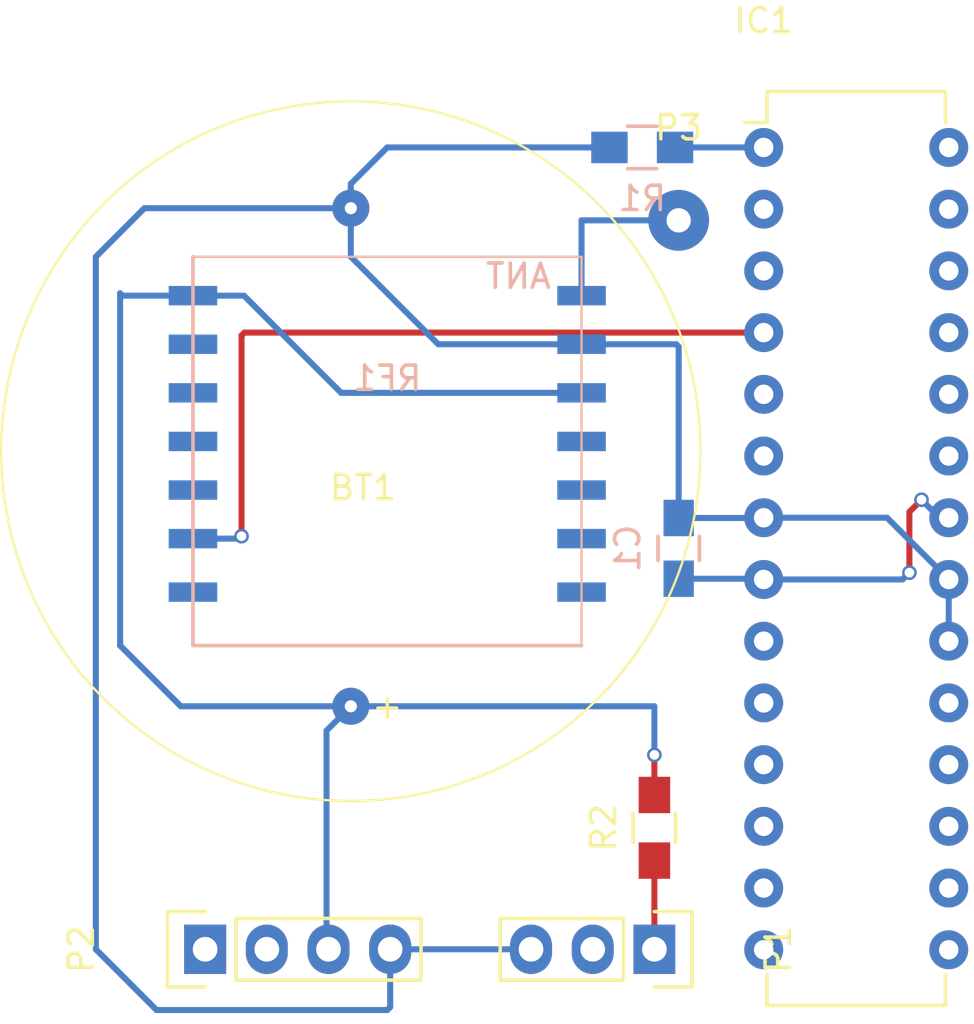
<source format=kicad_pcb>
(kicad_pcb (version 4) (host pcbnew 4.0.5+dfsg1-4~bpo8+1)

  (general
    (links 26)
    (no_connects 8)
    (area 0 0 0 0)
    (thickness 1.6)
    (drawings 0)
    (tracks 57)
    (zones 0)
    (modules 9)
    (nets 33)
  )

  (page A4)
  (layers
    (0 F.Cu signal)
    (31 B.Cu signal)
    (32 B.Adhes user)
    (33 F.Adhes user)
    (34 B.Paste user)
    (35 F.Paste user)
    (36 B.SilkS user)
    (37 F.SilkS user)
    (38 B.Mask user)
    (39 F.Mask user)
    (40 Dwgs.User user)
    (41 Cmts.User user)
    (42 Eco1.User user)
    (43 Eco2.User user)
    (44 Edge.Cuts user)
    (45 Margin user)
    (46 B.CrtYd user)
    (47 F.CrtYd user)
    (48 B.Fab user)
    (49 F.Fab user)
  )

  (setup
    (last_trace_width 0.25)
    (trace_clearance 0.2)
    (zone_clearance 0.508)
    (zone_45_only no)
    (trace_min 0.2)
    (segment_width 0.2)
    (edge_width 0.15)
    (via_size 0.6)
    (via_drill 0.4)
    (via_min_size 0.4)
    (via_min_drill 0.3)
    (uvia_size 0.3)
    (uvia_drill 0.1)
    (uvias_allowed no)
    (uvia_min_size 0.2)
    (uvia_min_drill 0.1)
    (pcb_text_width 0.3)
    (pcb_text_size 1.5 1.5)
    (mod_edge_width 0.15)
    (mod_text_size 1 1)
    (mod_text_width 0.15)
    (pad_size 1.524 1.524)
    (pad_drill 0.762)
    (pad_to_mask_clearance 0.2)
    (aux_axis_origin 0 0)
    (visible_elements FFFFFF7F)
    (pcbplotparams
      (layerselection 0x00030_80000001)
      (usegerberextensions false)
      (excludeedgelayer true)
      (linewidth 0.100000)
      (plotframeref false)
      (viasonmask false)
      (mode 1)
      (useauxorigin false)
      (hpglpennumber 1)
      (hpglpenspeed 20)
      (hpglpendiameter 15)
      (hpglpenoverlay 2)
      (psnegative false)
      (psa4output false)
      (plotreference true)
      (plotvalue true)
      (plotinvisibletext false)
      (padsonsilk false)
      (subtractmaskfromsilk false)
      (outputformat 1)
      (mirror false)
      (drillshape 1)
      (scaleselection 1)
      (outputdirectory ""))
  )

  (net 0 "")
  (net 1 GND)
  (net 2 VCC)
  (net 3 "Net-(IC1-Pad1)")
  (net 4 "Net-(IC1-Pad2)")
  (net 5 "Net-(IC1-Pad3)")
  (net 6 "Net-(IC1-Pad4)")
  (net 7 "Net-(IC1-Pad5)")
  (net 8 "Net-(IC1-Pad6)")
  (net 9 "Net-(IC1-Pad9)")
  (net 10 "Net-(IC1-Pad10)")
  (net 11 "Net-(IC1-Pad11)")
  (net 12 "Net-(IC1-Pad12)")
  (net 13 "Net-(IC1-Pad13)")
  (net 14 "Net-(IC1-Pad14)")
  (net 15 "Net-(IC1-Pad15)")
  (net 16 "Net-(IC1-Pad16)")
  (net 17 "Net-(IC1-Pad17)")
  (net 18 "Net-(IC1-Pad18)")
  (net 19 "Net-(IC1-Pad19)")
  (net 20 "Net-(IC1-Pad23)")
  (net 21 "Net-(IC1-Pad24)")
  (net 22 "Net-(IC1-Pad25)")
  (net 23 "Net-(IC1-Pad26)")
  (net 24 "Net-(IC1-Pad27)")
  (net 25 "Net-(IC1-Pad28)")
  (net 26 "Net-(P1-Pad2)")
  (net 27 "Net-(P3-Pad1)")
  (net 28 "Net-(RF1-Pad13)")
  (net 29 "Net-(RF1-Pad12)")
  (net 30 "Net-(RF1-Pad11)")
  (net 31 "Net-(RF1-Pad10)")
  (net 32 "Net-(RF1-Pad4)")

  (net_class Default "This is the default net class."
    (clearance 0.2)
    (trace_width 0.25)
    (via_dia 0.6)
    (via_drill 0.4)
    (uvia_dia 0.3)
    (uvia_drill 0.1)
    (add_net GND)
    (add_net "Net-(IC1-Pad1)")
    (add_net "Net-(IC1-Pad10)")
    (add_net "Net-(IC1-Pad11)")
    (add_net "Net-(IC1-Pad12)")
    (add_net "Net-(IC1-Pad13)")
    (add_net "Net-(IC1-Pad14)")
    (add_net "Net-(IC1-Pad15)")
    (add_net "Net-(IC1-Pad16)")
    (add_net "Net-(IC1-Pad17)")
    (add_net "Net-(IC1-Pad18)")
    (add_net "Net-(IC1-Pad19)")
    (add_net "Net-(IC1-Pad2)")
    (add_net "Net-(IC1-Pad23)")
    (add_net "Net-(IC1-Pad24)")
    (add_net "Net-(IC1-Pad25)")
    (add_net "Net-(IC1-Pad26)")
    (add_net "Net-(IC1-Pad27)")
    (add_net "Net-(IC1-Pad28)")
    (add_net "Net-(IC1-Pad3)")
    (add_net "Net-(IC1-Pad4)")
    (add_net "Net-(IC1-Pad5)")
    (add_net "Net-(IC1-Pad6)")
    (add_net "Net-(IC1-Pad9)")
    (add_net "Net-(P1-Pad2)")
    (add_net "Net-(P3-Pad1)")
    (add_net "Net-(RF1-Pad10)")
    (add_net "Net-(RF1-Pad11)")
    (add_net "Net-(RF1-Pad12)")
    (add_net "Net-(RF1-Pad13)")
    (add_net "Net-(RF1-Pad4)")
    (add_net VCC)
  )

  (module battery:CR2477 (layer F.Cu) (tedit 5B017CD6) (tstamp 5B017D64)
    (at 125 79.5)
    (path /5B016578)
    (fp_text reference BT1 (at 0.5 1.5) (layer F.SilkS)
      (effects (font (size 1 1) (thickness 0.15)))
    )
    (fp_text value CR2477 (at 0.5 -2) (layer F.Fab)
      (effects (font (size 1 1) (thickness 0.15)))
    )
    (fp_text user + (at 1.5 10.5) (layer F.SilkS)
      (effects (font (size 1 1) (thickness 0.15)))
    )
    (fp_circle (center 0 0) (end 5 13.5) (layer F.SilkS) (width 0.1))
    (pad 2 thru_hole circle (at 0 10.5) (size 1.524 1.524) (drill 0.5) (layers *.Cu *.Mask)
      (net 1 GND))
    (pad 1 thru_hole circle (at 0 -10) (size 1.524 1.524) (drill 0.5) (layers *.Cu *.Mask)
      (net 2 VCC))
  )

  (module Capacitors_SMD:C_0805_HandSoldering (layer B.Cu) (tedit 541A9B8D) (tstamp 5B017D6A)
    (at 138.5 83.5 270)
    (descr "Capacitor SMD 0805, hand soldering")
    (tags "capacitor 0805")
    (path /5B016625)
    (attr smd)
    (fp_text reference C1 (at 0 2.1 270) (layer B.SilkS)
      (effects (font (size 1 1) (thickness 0.15)) (justify mirror))
    )
    (fp_text value 100nf (at 0 -2.1 270) (layer B.Fab)
      (effects (font (size 1 1) (thickness 0.15)) (justify mirror))
    )
    (fp_line (start -1 -0.625) (end -1 0.625) (layer B.Fab) (width 0.15))
    (fp_line (start 1 -0.625) (end -1 -0.625) (layer B.Fab) (width 0.15))
    (fp_line (start 1 0.625) (end 1 -0.625) (layer B.Fab) (width 0.15))
    (fp_line (start -1 0.625) (end 1 0.625) (layer B.Fab) (width 0.15))
    (fp_line (start -2.3 1) (end 2.3 1) (layer B.CrtYd) (width 0.05))
    (fp_line (start -2.3 -1) (end 2.3 -1) (layer B.CrtYd) (width 0.05))
    (fp_line (start -2.3 1) (end -2.3 -1) (layer B.CrtYd) (width 0.05))
    (fp_line (start 2.3 1) (end 2.3 -1) (layer B.CrtYd) (width 0.05))
    (fp_line (start 0.5 0.85) (end -0.5 0.85) (layer B.SilkS) (width 0.15))
    (fp_line (start -0.5 -0.85) (end 0.5 -0.85) (layer B.SilkS) (width 0.15))
    (pad 1 smd rect (at -1.25 0 270) (size 1.5 1.25) (layers B.Cu B.Paste B.Mask)
      (net 2 VCC))
    (pad 2 smd rect (at 1.25 0 270) (size 1.5 1.25) (layers B.Cu B.Paste B.Mask)
      (net 1 GND))
    (model Capacitors_SMD.3dshapes/C_0805_HandSoldering.wrl
      (at (xyz 0 0 0))
      (scale (xyz 1 1 1))
      (rotate (xyz 0 0 0))
    )
  )

  (module Housings_DIP:DIP-28_W7.62mm (layer F.Cu) (tedit 54130A77) (tstamp 5B017D8A)
    (at 142 67)
    (descr "28-lead dip package, row spacing 7.62 mm (300 mils)")
    (tags "dil dip 2.54 300")
    (path /5B0175B5)
    (fp_text reference IC1 (at 0 -5.22) (layer F.SilkS)
      (effects (font (size 1 1) (thickness 0.15)))
    )
    (fp_text value ATMEGA328P-P (at 0 -3.72) (layer F.Fab)
      (effects (font (size 1 1) (thickness 0.15)))
    )
    (fp_line (start -1.05 -2.45) (end -1.05 35.5) (layer F.CrtYd) (width 0.05))
    (fp_line (start 8.65 -2.45) (end 8.65 35.5) (layer F.CrtYd) (width 0.05))
    (fp_line (start -1.05 -2.45) (end 8.65 -2.45) (layer F.CrtYd) (width 0.05))
    (fp_line (start -1.05 35.5) (end 8.65 35.5) (layer F.CrtYd) (width 0.05))
    (fp_line (start 0.135 -2.295) (end 0.135 -1.025) (layer F.SilkS) (width 0.15))
    (fp_line (start 7.485 -2.295) (end 7.485 -1.025) (layer F.SilkS) (width 0.15))
    (fp_line (start 7.485 35.315) (end 7.485 34.045) (layer F.SilkS) (width 0.15))
    (fp_line (start 0.135 35.315) (end 0.135 34.045) (layer F.SilkS) (width 0.15))
    (fp_line (start 0.135 -2.295) (end 7.485 -2.295) (layer F.SilkS) (width 0.15))
    (fp_line (start 0.135 35.315) (end 7.485 35.315) (layer F.SilkS) (width 0.15))
    (fp_line (start 0.135 -1.025) (end -0.8 -1.025) (layer F.SilkS) (width 0.15))
    (pad 1 thru_hole oval (at 0 0) (size 1.6 1.6) (drill 0.8) (layers *.Cu *.Mask)
      (net 3 "Net-(IC1-Pad1)"))
    (pad 2 thru_hole oval (at 0 2.54) (size 1.6 1.6) (drill 0.8) (layers *.Cu *.Mask)
      (net 4 "Net-(IC1-Pad2)"))
    (pad 3 thru_hole oval (at 0 5.08) (size 1.6 1.6) (drill 0.8) (layers *.Cu *.Mask)
      (net 5 "Net-(IC1-Pad3)"))
    (pad 4 thru_hole oval (at 0 7.62) (size 1.6 1.6) (drill 0.8) (layers *.Cu *.Mask)
      (net 6 "Net-(IC1-Pad4)"))
    (pad 5 thru_hole oval (at 0 10.16) (size 1.6 1.6) (drill 0.8) (layers *.Cu *.Mask)
      (net 7 "Net-(IC1-Pad5)"))
    (pad 6 thru_hole oval (at 0 12.7) (size 1.6 1.6) (drill 0.8) (layers *.Cu *.Mask)
      (net 8 "Net-(IC1-Pad6)"))
    (pad 7 thru_hole oval (at 0 15.24) (size 1.6 1.6) (drill 0.8) (layers *.Cu *.Mask)
      (net 2 VCC))
    (pad 8 thru_hole oval (at 0 17.78) (size 1.6 1.6) (drill 0.8) (layers *.Cu *.Mask)
      (net 1 GND))
    (pad 9 thru_hole oval (at 0 20.32) (size 1.6 1.6) (drill 0.8) (layers *.Cu *.Mask)
      (net 9 "Net-(IC1-Pad9)"))
    (pad 10 thru_hole oval (at 0 22.86) (size 1.6 1.6) (drill 0.8) (layers *.Cu *.Mask)
      (net 10 "Net-(IC1-Pad10)"))
    (pad 11 thru_hole oval (at 0 25.4) (size 1.6 1.6) (drill 0.8) (layers *.Cu *.Mask)
      (net 11 "Net-(IC1-Pad11)"))
    (pad 12 thru_hole oval (at 0 27.94) (size 1.6 1.6) (drill 0.8) (layers *.Cu *.Mask)
      (net 12 "Net-(IC1-Pad12)"))
    (pad 13 thru_hole oval (at 0 30.48) (size 1.6 1.6) (drill 0.8) (layers *.Cu *.Mask)
      (net 13 "Net-(IC1-Pad13)"))
    (pad 14 thru_hole oval (at 0 33.02) (size 1.6 1.6) (drill 0.8) (layers *.Cu *.Mask)
      (net 14 "Net-(IC1-Pad14)"))
    (pad 15 thru_hole oval (at 7.62 33.02) (size 1.6 1.6) (drill 0.8) (layers *.Cu *.Mask)
      (net 15 "Net-(IC1-Pad15)"))
    (pad 16 thru_hole oval (at 7.62 30.48) (size 1.6 1.6) (drill 0.8) (layers *.Cu *.Mask)
      (net 16 "Net-(IC1-Pad16)"))
    (pad 17 thru_hole oval (at 7.62 27.94) (size 1.6 1.6) (drill 0.8) (layers *.Cu *.Mask)
      (net 17 "Net-(IC1-Pad17)"))
    (pad 18 thru_hole oval (at 7.62 25.4) (size 1.6 1.6) (drill 0.8) (layers *.Cu *.Mask)
      (net 18 "Net-(IC1-Pad18)"))
    (pad 19 thru_hole oval (at 7.62 22.86) (size 1.6 1.6) (drill 0.8) (layers *.Cu *.Mask)
      (net 19 "Net-(IC1-Pad19)"))
    (pad 20 thru_hole oval (at 7.62 20.32) (size 1.6 1.6) (drill 0.8) (layers *.Cu *.Mask)
      (net 2 VCC))
    (pad 21 thru_hole oval (at 7.62 17.78) (size 1.6 1.6) (drill 0.8) (layers *.Cu *.Mask)
      (net 2 VCC))
    (pad 22 thru_hole oval (at 7.62 15.24) (size 1.6 1.6) (drill 0.8) (layers *.Cu *.Mask)
      (net 1 GND))
    (pad 23 thru_hole oval (at 7.62 12.7) (size 1.6 1.6) (drill 0.8) (layers *.Cu *.Mask)
      (net 20 "Net-(IC1-Pad23)"))
    (pad 24 thru_hole oval (at 7.62 10.16) (size 1.6 1.6) (drill 0.8) (layers *.Cu *.Mask)
      (net 21 "Net-(IC1-Pad24)"))
    (pad 25 thru_hole oval (at 7.62 7.62) (size 1.6 1.6) (drill 0.8) (layers *.Cu *.Mask)
      (net 22 "Net-(IC1-Pad25)"))
    (pad 26 thru_hole oval (at 7.62 5.08) (size 1.6 1.6) (drill 0.8) (layers *.Cu *.Mask)
      (net 23 "Net-(IC1-Pad26)"))
    (pad 27 thru_hole oval (at 7.62 2.54) (size 1.6 1.6) (drill 0.8) (layers *.Cu *.Mask)
      (net 24 "Net-(IC1-Pad27)"))
    (pad 28 thru_hole oval (at 7.62 0) (size 1.6 1.6) (drill 0.8) (layers *.Cu *.Mask)
      (net 25 "Net-(IC1-Pad28)"))
    (model Housings_DIP.3dshapes/DIP-28_W7.62mm.wrl
      (at (xyz 0 0 0))
      (scale (xyz 1 1 1))
      (rotate (xyz 0 0 0))
    )
  )

  (module Pin_Headers:Pin_Header_Straight_1x03 (layer F.Cu) (tedit 0) (tstamp 5B017D91)
    (at 137.5 100 270)
    (descr "Through hole pin header")
    (tags "pin header")
    (path /5B017A1A)
    (fp_text reference P1 (at 0 -5.1 270) (layer F.SilkS)
      (effects (font (size 1 1) (thickness 0.15)))
    )
    (fp_text value REED (at 0 -3.1 270) (layer F.Fab)
      (effects (font (size 1 1) (thickness 0.15)))
    )
    (fp_line (start -1.75 -1.75) (end -1.75 6.85) (layer F.CrtYd) (width 0.05))
    (fp_line (start 1.75 -1.75) (end 1.75 6.85) (layer F.CrtYd) (width 0.05))
    (fp_line (start -1.75 -1.75) (end 1.75 -1.75) (layer F.CrtYd) (width 0.05))
    (fp_line (start -1.75 6.85) (end 1.75 6.85) (layer F.CrtYd) (width 0.05))
    (fp_line (start -1.27 1.27) (end -1.27 6.35) (layer F.SilkS) (width 0.15))
    (fp_line (start -1.27 6.35) (end 1.27 6.35) (layer F.SilkS) (width 0.15))
    (fp_line (start 1.27 6.35) (end 1.27 1.27) (layer F.SilkS) (width 0.15))
    (fp_line (start 1.55 -1.55) (end 1.55 0) (layer F.SilkS) (width 0.15))
    (fp_line (start 1.27 1.27) (end -1.27 1.27) (layer F.SilkS) (width 0.15))
    (fp_line (start -1.55 0) (end -1.55 -1.55) (layer F.SilkS) (width 0.15))
    (fp_line (start -1.55 -1.55) (end 1.55 -1.55) (layer F.SilkS) (width 0.15))
    (pad 1 thru_hole rect (at 0 0 270) (size 2.032 1.7272) (drill 1.016) (layers *.Cu *.Mask)
      (net 7 "Net-(IC1-Pad5)"))
    (pad 2 thru_hole oval (at 0 2.54 270) (size 2.032 1.7272) (drill 1.016) (layers *.Cu *.Mask)
      (net 26 "Net-(P1-Pad2)"))
    (pad 3 thru_hole oval (at 0 5.08 270) (size 2.032 1.7272) (drill 1.016) (layers *.Cu *.Mask)
      (net 2 VCC))
    (model Pin_Headers.3dshapes/Pin_Header_Straight_1x03.wrl
      (at (xyz 0 -0.1 0))
      (scale (xyz 1 1 1))
      (rotate (xyz 0 0 90))
    )
  )

  (module Pin_Headers:Pin_Header_Straight_1x04 (layer F.Cu) (tedit 0) (tstamp 5B017D99)
    (at 119 100 90)
    (descr "Through hole pin header")
    (tags "pin header")
    (path /5B01681F)
    (fp_text reference P2 (at 0 -5.1 90) (layer F.SilkS)
      (effects (font (size 1 1) (thickness 0.15)))
    )
    (fp_text value BME280 (at 0 -3.1 90) (layer F.Fab)
      (effects (font (size 1 1) (thickness 0.15)))
    )
    (fp_line (start -1.75 -1.75) (end -1.75 9.4) (layer F.CrtYd) (width 0.05))
    (fp_line (start 1.75 -1.75) (end 1.75 9.4) (layer F.CrtYd) (width 0.05))
    (fp_line (start -1.75 -1.75) (end 1.75 -1.75) (layer F.CrtYd) (width 0.05))
    (fp_line (start -1.75 9.4) (end 1.75 9.4) (layer F.CrtYd) (width 0.05))
    (fp_line (start -1.27 1.27) (end -1.27 8.89) (layer F.SilkS) (width 0.15))
    (fp_line (start 1.27 1.27) (end 1.27 8.89) (layer F.SilkS) (width 0.15))
    (fp_line (start 1.55 -1.55) (end 1.55 0) (layer F.SilkS) (width 0.15))
    (fp_line (start -1.27 8.89) (end 1.27 8.89) (layer F.SilkS) (width 0.15))
    (fp_line (start 1.27 1.27) (end -1.27 1.27) (layer F.SilkS) (width 0.15))
    (fp_line (start -1.55 0) (end -1.55 -1.55) (layer F.SilkS) (width 0.15))
    (fp_line (start -1.55 -1.55) (end 1.55 -1.55) (layer F.SilkS) (width 0.15))
    (pad 1 thru_hole rect (at 0 0 90) (size 2.032 1.7272) (drill 1.016) (layers *.Cu *.Mask)
      (net 24 "Net-(IC1-Pad27)"))
    (pad 2 thru_hole oval (at 0 2.54 90) (size 2.032 1.7272) (drill 1.016) (layers *.Cu *.Mask)
      (net 25 "Net-(IC1-Pad28)"))
    (pad 3 thru_hole oval (at 0 5.08 90) (size 2.032 1.7272) (drill 1.016) (layers *.Cu *.Mask)
      (net 1 GND))
    (pad 4 thru_hole oval (at 0 7.62 90) (size 2.032 1.7272) (drill 1.016) (layers *.Cu *.Mask)
      (net 2 VCC))
    (model Pin_Headers.3dshapes/Pin_Header_Straight_1x04.wrl
      (at (xyz 0 -0.15 0))
      (scale (xyz 1 1 1))
      (rotate (xyz 0 0 90))
    )
  )

  (module Wire_Pads:SolderWirePad_single_1mmDrill (layer F.Cu) (tedit 0) (tstamp 5B017D9E)
    (at 138.5 70)
    (path /5B01827B)
    (fp_text reference P3 (at 0 -3.81) (layer F.SilkS)
      (effects (font (size 1 1) (thickness 0.15)))
    )
    (fp_text value AN (at -1.905 3.175) (layer F.Fab)
      (effects (font (size 1 1) (thickness 0.15)))
    )
    (pad 1 thru_hole circle (at 0 0) (size 2.49936 2.49936) (drill 1.00076) (layers *.Cu *.Mask)
      (net 27 "Net-(P3-Pad1)"))
  )

  (module Resistors_SMD:R_0805_HandSoldering (layer B.Cu) (tedit 58307B90) (tstamp 5B017DA4)
    (at 137 67)
    (descr "Resistor SMD 0805, hand soldering")
    (tags "resistor 0805")
    (path /5B0166FD)
    (attr smd)
    (fp_text reference R1 (at 0 2.1) (layer B.SilkS)
      (effects (font (size 1 1) (thickness 0.15)) (justify mirror))
    )
    (fp_text value 10k (at 0 -2.1) (layer B.Fab)
      (effects (font (size 1 1) (thickness 0.15)) (justify mirror))
    )
    (fp_line (start -1 -0.625) (end -1 0.625) (layer B.Fab) (width 0.1))
    (fp_line (start 1 -0.625) (end -1 -0.625) (layer B.Fab) (width 0.1))
    (fp_line (start 1 0.625) (end 1 -0.625) (layer B.Fab) (width 0.1))
    (fp_line (start -1 0.625) (end 1 0.625) (layer B.Fab) (width 0.1))
    (fp_line (start -2.4 1) (end 2.4 1) (layer B.CrtYd) (width 0.05))
    (fp_line (start -2.4 -1) (end 2.4 -1) (layer B.CrtYd) (width 0.05))
    (fp_line (start -2.4 1) (end -2.4 -1) (layer B.CrtYd) (width 0.05))
    (fp_line (start 2.4 1) (end 2.4 -1) (layer B.CrtYd) (width 0.05))
    (fp_line (start 0.6 -0.875) (end -0.6 -0.875) (layer B.SilkS) (width 0.15))
    (fp_line (start -0.6 0.875) (end 0.6 0.875) (layer B.SilkS) (width 0.15))
    (pad 1 smd rect (at -1.35 0) (size 1.5 1.3) (layers B.Cu B.Paste B.Mask)
      (net 2 VCC))
    (pad 2 smd rect (at 1.35 0) (size 1.5 1.3) (layers B.Cu B.Paste B.Mask)
      (net 3 "Net-(IC1-Pad1)"))
    (model Resistors_SMD.3dshapes/R_0805_HandSoldering.wrl
      (at (xyz 0 0 0))
      (scale (xyz 1 1 1))
      (rotate (xyz 0 0 0))
    )
  )

  (module Resistors_SMD:R_0805_HandSoldering (layer F.Cu) (tedit 58307B90) (tstamp 5B017DAA)
    (at 137.5 95 90)
    (descr "Resistor SMD 0805, hand soldering")
    (tags "resistor 0805")
    (path /5B01665D)
    (attr smd)
    (fp_text reference R2 (at 0 -2.1 90) (layer F.SilkS)
      (effects (font (size 1 1) (thickness 0.15)))
    )
    (fp_text value 10k (at 0 2.1 90) (layer F.Fab)
      (effects (font (size 1 1) (thickness 0.15)))
    )
    (fp_line (start -1 0.625) (end -1 -0.625) (layer F.Fab) (width 0.1))
    (fp_line (start 1 0.625) (end -1 0.625) (layer F.Fab) (width 0.1))
    (fp_line (start 1 -0.625) (end 1 0.625) (layer F.Fab) (width 0.1))
    (fp_line (start -1 -0.625) (end 1 -0.625) (layer F.Fab) (width 0.1))
    (fp_line (start -2.4 -1) (end 2.4 -1) (layer F.CrtYd) (width 0.05))
    (fp_line (start -2.4 1) (end 2.4 1) (layer F.CrtYd) (width 0.05))
    (fp_line (start -2.4 -1) (end -2.4 1) (layer F.CrtYd) (width 0.05))
    (fp_line (start 2.4 -1) (end 2.4 1) (layer F.CrtYd) (width 0.05))
    (fp_line (start 0.6 0.875) (end -0.6 0.875) (layer F.SilkS) (width 0.15))
    (fp_line (start -0.6 -0.875) (end 0.6 -0.875) (layer F.SilkS) (width 0.15))
    (pad 1 smd rect (at -1.35 0 90) (size 1.5 1.3) (layers F.Cu F.Paste F.Mask)
      (net 7 "Net-(IC1-Pad5)"))
    (pad 2 smd rect (at 1.35 0 90) (size 1.5 1.3) (layers F.Cu F.Paste F.Mask)
      (net 1 GND))
    (model Resistors_SMD.3dshapes/R_0805_HandSoldering.wrl
      (at (xyz 0 0 0))
      (scale (xyz 1 1 1))
      (rotate (xyz 0 0 0))
    )
  )

  (module rfm69:RFM96 (layer B.Cu) (tedit 5A8484F5) (tstamp 5B017DBC)
    (at 118.5 80.5)
    (path /5B018194)
    (fp_text reference RF1 (at 8 -4) (layer B.SilkS)
      (effects (font (size 1 1) (thickness 0.15)) (justify mirror))
    )
    (fp_text value RFM69 (at 7 1) (layer B.Fab)
      (effects (font (size 1 1) (thickness 0.15)) (justify mirror))
    )
    (fp_text user ANT (at 13.4 -8.2) (layer B.SilkS)
      (effects (font (size 1 1) (thickness 0.15)) (justify mirror))
    )
    (fp_line (start 16 -9) (end 0 -9) (layer B.SilkS) (width 0.1))
    (fp_line (start 0 -9) (end 0 7) (layer B.SilkS) (width 0.15))
    (fp_line (start 16 7) (end 16 -9) (layer B.SilkS) (width 0.1))
    (fp_line (start 0 7) (end 16 7) (layer B.SilkS) (width 0.15))
    (pad 14 connect rect (at 0 -7.4) (size 2 0.8) (layers B.Cu B.Mask)
      (net 1 GND))
    (pad 13 connect rect (at 0 -5.4) (size 2 0.8) (layers B.Cu B.Mask)
      (net 28 "Net-(RF1-Pad13)"))
    (pad 12 connect rect (at 0 -3.4) (size 2 0.8) (layers B.Cu B.Mask)
      (net 29 "Net-(RF1-Pad12)"))
    (pad 11 connect rect (at 0 -1.4) (size 2 0.8) (layers B.Cu B.Mask)
      (net 30 "Net-(RF1-Pad11)"))
    (pad 10 connect rect (at 0 0.6) (size 2 0.8) (layers B.Cu B.Mask)
      (net 31 "Net-(RF1-Pad10)"))
    (pad 9 connect rect (at 0 2.6) (size 2 0.8) (layers B.Cu B.Mask)
      (net 6 "Net-(IC1-Pad4)"))
    (pad 8 connect rect (at 0 4.8) (size 2 0.8) (layers B.Cu B.Mask)
      (net 18 "Net-(IC1-Pad18)"))
    (pad 3 connect rect (at 16 -3.4) (size 2 0.8) (layers B.Cu B.Mask)
      (net 1 GND))
    (pad 5 connect rect (at 16 0.6) (size 2 0.8) (layers B.Cu B.Mask)
      (net 17 "Net-(IC1-Pad17)"))
    (pad 6 connect rect (at 16 2.6) (size 2 0.8) (layers B.Cu B.Mask)
      (net 19 "Net-(IC1-Pad19)"))
    (pad 7 connect rect (at 16 4.8) (size 2 0.8) (layers B.Cu B.Mask)
      (net 16 "Net-(IC1-Pad16)"))
    (pad 4 connect rect (at 16 -1.4) (size 2 0.8) (layers B.Cu B.Mask)
      (net 32 "Net-(RF1-Pad4)"))
    (pad 2 connect rect (at 16 -5.4) (size 2 0.8) (layers B.Cu B.Mask)
      (net 2 VCC))
    (pad 1 connect rect (at 16 -7.4) (size 2 0.8) (layers B.Cu B.Mask)
      (net 27 "Net-(P3-Pad1)"))
  )

  (segment (start 149.62 82.24) (end 149.24 82.24) (width 0.25) (layer B.Cu) (net 1) (status C00000))
  (segment (start 149.24 82.24) (end 148.5 81.5) (width 0.25) (layer B.Cu) (net 1) (tstamp 5B017F0E) (status 400000))
  (via (at 148.5 81.5) (size 0.6) (drill 0.4) (layers F.Cu B.Cu) (net 1))
  (segment (start 148.5 81.5) (end 148 82) (width 0.25) (layer F.Cu) (net 1) (tstamp 5B017F10))
  (segment (start 148 82) (end 148 84.5) (width 0.25) (layer F.Cu) (net 1) (tstamp 5B017F11))
  (via (at 148 84.5) (size 0.6) (drill 0.4) (layers F.Cu B.Cu) (net 1))
  (segment (start 148 84.5) (end 147.72 84.78) (width 0.25) (layer B.Cu) (net 1) (tstamp 5B017F13))
  (segment (start 147.72 84.78) (end 142 84.78) (width 0.25) (layer B.Cu) (net 1) (tstamp 5B017F14) (status 800000))
  (segment (start 142 84.78) (end 141.97 84.75) (width 0.25) (layer B.Cu) (net 1) (tstamp 5B017F15) (status C00000))
  (segment (start 141.97 84.75) (end 138.5 84.75) (width 0.25) (layer B.Cu) (net 1) (tstamp 5B017F16) (status C00000))
  (segment (start 125 90) (end 137.5 90) (width 0.25) (layer B.Cu) (net 1) (status 400000))
  (segment (start 137.5 92) (end 137.5 93.65) (width 0.25) (layer F.Cu) (net 1) (tstamp 5B017EDC) (status 800000))
  (via (at 137.5 92) (size 0.6) (drill 0.4) (layers F.Cu B.Cu) (net 1))
  (segment (start 137.5 90) (end 137.5 92) (width 0.25) (layer B.Cu) (net 1) (tstamp 5B017ED9))
  (segment (start 125 90) (end 124 91) (width 0.25) (layer B.Cu) (net 1) (status 400000))
  (segment (start 124 91) (end 124 99.92) (width 0.25) (layer B.Cu) (net 1) (tstamp 5B017ED1) (status 800000))
  (segment (start 124 99.92) (end 124.08 100) (width 0.25) (layer B.Cu) (net 1) (tstamp 5B017ED2) (status C00000))
  (segment (start 125 90) (end 118 90) (width 0.25) (layer B.Cu) (net 1) (status 400000))
  (segment (start 115.6 73.1) (end 118.5 73.1) (width 0.25) (layer B.Cu) (net 1) (tstamp 5B017ECE) (status 800000))
  (segment (start 115.5 73) (end 115.6 73.1) (width 0.25) (layer B.Cu) (net 1) (tstamp 5B017ECD))
  (segment (start 115.5 87.5) (end 115.5 73) (width 0.25) (layer B.Cu) (net 1) (tstamp 5B017ECB))
  (segment (start 118 90) (end 115.5 87.5) (width 0.25) (layer B.Cu) (net 1) (tstamp 5B017EC9))
  (segment (start 134.5 77.1) (end 124.6 77.1) (width 0.25) (layer B.Cu) (net 1) (status 400000))
  (segment (start 120.6 73.1) (end 118.5 73.1) (width 0.25) (layer B.Cu) (net 1) (tstamp 5B017EC5) (status 800000))
  (segment (start 124.6 77.1) (end 120.6 73.1) (width 0.25) (layer B.Cu) (net 1) (tstamp 5B017EC3))
  (segment (start 125 69.5) (end 116.5 69.5) (width 0.25) (layer B.Cu) (net 2) (status 400000))
  (segment (start 126.62 102.38) (end 126.62 100) (width 0.25) (layer B.Cu) (net 2) (tstamp 5B017F03) (status 800000))
  (segment (start 126.5 102.5) (end 126.62 102.38) (width 0.25) (layer B.Cu) (net 2) (tstamp 5B017F01))
  (segment (start 117 102.5) (end 126.5 102.5) (width 0.25) (layer B.Cu) (net 2) (tstamp 5B017EFF))
  (segment (start 114.5 100) (end 117 102.5) (width 0.25) (layer B.Cu) (net 2) (tstamp 5B017EFD))
  (segment (start 114.5 71.5) (end 114.5 100) (width 0.25) (layer B.Cu) (net 2) (tstamp 5B017EFB))
  (segment (start 116.5 69.5) (end 114.5 71.5) (width 0.25) (layer B.Cu) (net 2) (tstamp 5B017EF9))
  (segment (start 149.62 84.78) (end 149.62 87.32) (width 0.25) (layer B.Cu) (net 2) (status C00000))
  (segment (start 142 82.24) (end 147.08 82.24) (width 0.25) (layer B.Cu) (net 2) (status 400000))
  (segment (start 147.08 82.24) (end 149.62 84.78) (width 0.25) (layer B.Cu) (net 2) (tstamp 5B017EEB) (status 800000))
  (segment (start 138.5 82.25) (end 141.99 82.25) (width 0.25) (layer B.Cu) (net 2) (status C00000))
  (segment (start 141.99 82.25) (end 142 82.24) (width 0.25) (layer B.Cu) (net 2) (tstamp 5B017EE8) (status C00000))
  (segment (start 134.5 75.1) (end 138.4 75.1) (width 0.25) (layer B.Cu) (net 2) (status 400000))
  (segment (start 138.5 75.2) (end 138.5 82.25) (width 0.25) (layer B.Cu) (net 2) (tstamp 5B017EE5) (status 800000))
  (segment (start 138.4 75.1) (end 138.5 75.2) (width 0.25) (layer B.Cu) (net 2) (tstamp 5B017EE4))
  (segment (start 126.62 100) (end 132.42 100) (width 0.25) (layer B.Cu) (net 2) (status C00000))
  (segment (start 125 69.5) (end 125 71.5) (width 0.25) (layer B.Cu) (net 2) (status 400000))
  (segment (start 128.6 75.1) (end 134.5 75.1) (width 0.25) (layer B.Cu) (net 2) (tstamp 5B017EBF) (status 800000))
  (segment (start 125 71.5) (end 128.6 75.1) (width 0.25) (layer B.Cu) (net 2) (tstamp 5B017EBD))
  (segment (start 125 69.5) (end 125 68.5) (width 0.25) (layer B.Cu) (net 2) (status 400000))
  (segment (start 126.5 67) (end 135.65 67) (width 0.25) (layer B.Cu) (net 2) (tstamp 5B017EB9) (status 800000))
  (segment (start 125 68.5) (end 126.5 67) (width 0.25) (layer B.Cu) (net 2) (tstamp 5B017EB7))
  (segment (start 138.35 67) (end 142 67) (width 0.25) (layer B.Cu) (net 3) (status C00000))
  (segment (start 142 74.62) (end 120.62 74.62) (width 0.25) (layer F.Cu) (net 6) (status 400000))
  (segment (start 120.4 83.1) (end 118.5 83.1) (width 0.25) (layer B.Cu) (net 6) (tstamp 5B017F0B) (status 800000))
  (segment (start 120.5 83) (end 120.4 83.1) (width 0.25) (layer B.Cu) (net 6) (tstamp 5B017F0A))
  (via (at 120.5 83) (size 0.6) (drill 0.4) (layers F.Cu B.Cu) (net 6))
  (segment (start 120.5 74.74) (end 120.5 83) (width 0.25) (layer F.Cu) (net 6) (tstamp 5B017F07))
  (segment (start 120.62 74.62) (end 120.5 74.74) (width 0.25) (layer F.Cu) (net 6) (tstamp 5B017F06))
  (segment (start 137.5 100) (end 137.5 96.35) (width 0.25) (layer F.Cu) (net 7) (status C00000))
  (segment (start 134.5 73.1) (end 134.5 70) (width 0.25) (layer B.Cu) (net 27) (status 400000))
  (segment (start 134.5 70) (end 138.5 70) (width 0.25) (layer B.Cu) (net 27) (tstamp 5B017EDF) (status 800000))

)

</source>
